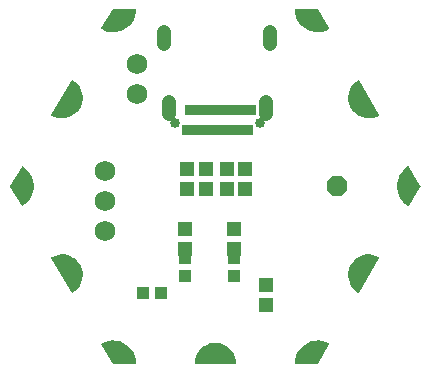
<source format=gbr>
G04 EAGLE Gerber RS-274X export*
G75*
%MOMM*%
%FSLAX34Y34*%
%LPD*%
%INSoldermask Top*%
%IPPOS*%
%AMOC8*
5,1,8,0,0,1.08239X$1,22.5*%
G01*
%ADD10R,1.203200X1.303200*%
%ADD11R,1.003200X1.003200*%
%ADD12P,1.869504X8X22.500000*%
%ADD13C,1.727200*%
%ADD14R,0.493200X0.903200*%
%ADD15C,0.853200*%
%ADD16C,1.211200*%
%ADD17C,1.733200*%
%ADD18R,1.303200X1.203200*%
%ADD19C,1.203200*%

G36*
X17029Y319D02*
X17029Y319D01*
X17058Y317D01*
X17125Y339D01*
X17195Y353D01*
X17219Y369D01*
X17247Y378D01*
X17300Y425D01*
X17359Y465D01*
X17375Y490D01*
X17397Y509D01*
X17428Y573D01*
X17466Y633D01*
X17471Y662D01*
X17483Y688D01*
X17492Y787D01*
X17499Y829D01*
X17496Y840D01*
X17498Y854D01*
X17266Y3652D01*
X17256Y3685D01*
X17252Y3733D01*
X16563Y6455D01*
X16548Y6486D01*
X16536Y6533D01*
X15408Y9104D01*
X15388Y9132D01*
X15369Y9177D01*
X13833Y11527D01*
X13809Y11552D01*
X13783Y11592D01*
X11881Y13658D01*
X11853Y13678D01*
X11820Y13714D01*
X9605Y15438D01*
X9574Y15454D01*
X9536Y15483D01*
X7066Y16820D01*
X7033Y16830D01*
X6991Y16853D01*
X5805Y17260D01*
X4351Y17759D01*
X4335Y17765D01*
X4301Y17769D01*
X4255Y17785D01*
X1486Y18247D01*
X1451Y18246D01*
X1404Y18254D01*
X-1404Y18254D01*
X-1438Y18247D01*
X-1486Y18247D01*
X-4255Y17785D01*
X-4288Y17772D01*
X-4335Y17765D01*
X-6991Y16853D01*
X-7021Y16835D01*
X-7066Y16820D01*
X-9536Y15483D01*
X-9562Y15461D01*
X-9605Y15438D01*
X-11820Y13714D01*
X-11843Y13687D01*
X-11881Y13658D01*
X-13783Y11592D01*
X-13801Y11563D01*
X-13833Y11527D01*
X-15369Y9177D01*
X-15382Y9144D01*
X-15408Y9104D01*
X-16536Y6533D01*
X-16543Y6499D01*
X-16546Y6493D01*
X-16552Y6484D01*
X-16553Y6478D01*
X-16563Y6455D01*
X-17252Y3733D01*
X-17254Y3698D01*
X-17266Y3652D01*
X-17498Y854D01*
X-17494Y825D01*
X-17499Y796D01*
X-17483Y727D01*
X-17474Y656D01*
X-17460Y631D01*
X-17453Y603D01*
X-17411Y545D01*
X-17376Y484D01*
X-17352Y466D01*
X-17335Y442D01*
X-17274Y406D01*
X-17217Y363D01*
X-17189Y356D01*
X-17164Y341D01*
X-17066Y324D01*
X-17025Y314D01*
X-17014Y316D01*
X-17000Y313D01*
X17000Y313D01*
X17029Y319D01*
G37*
G36*
X-121393Y60622D02*
X-121393Y60622D01*
X-121322Y60619D01*
X-121295Y60630D01*
X-121266Y60632D01*
X-121176Y60674D01*
X-121136Y60689D01*
X-121128Y60697D01*
X-121115Y60702D01*
X-118812Y62302D01*
X-118788Y62327D01*
X-118748Y62354D01*
X-116739Y64311D01*
X-116720Y64340D01*
X-116685Y64374D01*
X-115026Y66634D01*
X-115011Y66666D01*
X-114982Y66705D01*
X-113718Y69208D01*
X-113709Y69241D01*
X-113687Y69284D01*
X-112851Y71961D01*
X-112848Y71996D01*
X-112833Y72042D01*
X-112450Y74820D01*
X-112452Y74855D01*
X-112446Y74902D01*
X-112525Y77706D01*
X-112533Y77740D01*
X-112534Y77788D01*
X-113073Y80540D01*
X-113087Y80572D01*
X-113096Y80619D01*
X-114081Y83245D01*
X-114096Y83270D01*
X-114101Y83289D01*
X-114109Y83300D01*
X-114116Y83319D01*
X-115520Y85747D01*
X-115543Y85773D01*
X-115567Y85815D01*
X-117351Y87979D01*
X-117378Y88000D01*
X-117409Y88038D01*
X-119525Y89878D01*
X-119555Y89895D01*
X-119591Y89927D01*
X-121982Y91394D01*
X-122014Y91406D01*
X-122055Y91431D01*
X-124654Y92485D01*
X-124688Y92491D01*
X-124733Y92509D01*
X-127470Y93121D01*
X-127505Y93122D01*
X-127552Y93132D01*
X-130352Y93285D01*
X-130386Y93280D01*
X-130434Y93283D01*
X-133222Y92972D01*
X-133255Y92962D01*
X-133303Y92956D01*
X-136001Y92191D01*
X-136031Y92176D01*
X-136078Y92162D01*
X-138613Y90964D01*
X-138637Y90946D01*
X-138664Y90936D01*
X-138716Y90887D01*
X-138773Y90845D01*
X-138787Y90820D01*
X-138809Y90800D01*
X-138837Y90734D01*
X-138873Y90673D01*
X-138876Y90644D01*
X-138888Y90617D01*
X-138889Y90546D01*
X-138898Y90476D01*
X-138890Y90448D01*
X-138890Y90418D01*
X-138856Y90326D01*
X-138844Y90284D01*
X-138837Y90276D01*
X-138832Y90263D01*
X-121832Y60863D01*
X-121813Y60841D01*
X-121800Y60814D01*
X-121747Y60767D01*
X-121700Y60714D01*
X-121674Y60701D01*
X-121652Y60682D01*
X-121585Y60659D01*
X-121521Y60628D01*
X-121492Y60627D01*
X-121464Y60617D01*
X-121393Y60622D01*
G37*
G36*
X130386Y208345D02*
X130386Y208345D01*
X130434Y208343D01*
X133222Y208653D01*
X133255Y208663D01*
X133303Y208669D01*
X136001Y209434D01*
X136031Y209450D01*
X136078Y209463D01*
X138613Y210661D01*
X138637Y210679D01*
X138664Y210689D01*
X138716Y210738D01*
X138773Y210780D01*
X138787Y210805D01*
X138809Y210825D01*
X138837Y210891D01*
X138873Y210952D01*
X138876Y210981D01*
X138888Y211008D01*
X138889Y211079D01*
X138898Y211149D01*
X138890Y211177D01*
X138890Y211207D01*
X138856Y211299D01*
X138844Y211341D01*
X138837Y211350D01*
X138832Y211362D01*
X121832Y240762D01*
X121813Y240784D01*
X121800Y240811D01*
X121747Y240858D01*
X121700Y240911D01*
X121674Y240924D01*
X121652Y240943D01*
X121585Y240966D01*
X121521Y240997D01*
X121492Y240998D01*
X121464Y241008D01*
X121393Y241003D01*
X121322Y241006D01*
X121295Y240995D01*
X121266Y240993D01*
X121176Y240951D01*
X121136Y240936D01*
X121128Y240929D01*
X121115Y240923D01*
X118812Y239323D01*
X118788Y239298D01*
X118748Y239271D01*
X116739Y237314D01*
X116720Y237285D01*
X116685Y237251D01*
X115026Y234991D01*
X115011Y234959D01*
X114982Y234920D01*
X113718Y232417D01*
X113709Y232384D01*
X113687Y232341D01*
X112851Y229664D01*
X112848Y229629D01*
X112833Y229583D01*
X112450Y226805D01*
X112452Y226770D01*
X112446Y226723D01*
X112525Y223919D01*
X112533Y223885D01*
X112534Y223837D01*
X113073Y221085D01*
X113087Y221053D01*
X113096Y221006D01*
X114081Y218380D01*
X114099Y218351D01*
X114116Y218306D01*
X115520Y215878D01*
X115543Y215852D01*
X115567Y215810D01*
X117351Y213646D01*
X117378Y213625D01*
X117409Y213587D01*
X119525Y211747D01*
X119555Y211730D01*
X119591Y211698D01*
X121982Y210231D01*
X122014Y210219D01*
X122055Y210194D01*
X124654Y209140D01*
X124688Y209134D01*
X124733Y209116D01*
X127470Y208504D01*
X127505Y208503D01*
X127552Y208493D01*
X130352Y208340D01*
X130386Y208345D01*
G37*
G36*
X121426Y60623D02*
X121426Y60623D01*
X121497Y60623D01*
X121524Y60634D01*
X121553Y60637D01*
X121615Y60672D01*
X121680Y60699D01*
X121701Y60720D01*
X121726Y60734D01*
X121789Y60811D01*
X121819Y60841D01*
X121823Y60852D01*
X121832Y60863D01*
X138832Y90263D01*
X138841Y90290D01*
X138858Y90314D01*
X138873Y90384D01*
X138895Y90451D01*
X138893Y90480D01*
X138899Y90509D01*
X138886Y90579D01*
X138880Y90649D01*
X138867Y90675D01*
X138861Y90704D01*
X138821Y90763D01*
X138789Y90826D01*
X138766Y90845D01*
X138750Y90869D01*
X138668Y90926D01*
X138635Y90953D01*
X138625Y90956D01*
X138613Y90964D01*
X136078Y92162D01*
X136044Y92171D01*
X136001Y92191D01*
X133303Y92956D01*
X133268Y92959D01*
X133222Y92972D01*
X130434Y93283D01*
X130400Y93279D01*
X130352Y93285D01*
X127552Y93132D01*
X127518Y93123D01*
X127470Y93121D01*
X124733Y92509D01*
X124701Y92495D01*
X124654Y92485D01*
X122055Y91431D01*
X122026Y91412D01*
X121982Y91394D01*
X119591Y89927D01*
X119566Y89903D01*
X119525Y89878D01*
X117409Y88038D01*
X117388Y88010D01*
X117351Y87979D01*
X115567Y85815D01*
X115551Y85784D01*
X115520Y85747D01*
X114116Y83319D01*
X114105Y83287D01*
X114098Y83274D01*
X114088Y83259D01*
X114088Y83257D01*
X114081Y83245D01*
X113096Y80619D01*
X113090Y80585D01*
X113073Y80540D01*
X112534Y77788D01*
X112534Y77753D01*
X112525Y77706D01*
X112446Y74902D01*
X112452Y74868D01*
X112450Y74820D01*
X112833Y72042D01*
X112845Y72009D01*
X112851Y71961D01*
X113687Y69284D01*
X113704Y69254D01*
X113718Y69208D01*
X114982Y66705D01*
X115004Y66677D01*
X115026Y66634D01*
X116685Y64374D01*
X116711Y64350D01*
X116739Y64311D01*
X118748Y62354D01*
X118777Y62336D01*
X118812Y62302D01*
X121115Y60702D01*
X121142Y60691D01*
X121165Y60672D01*
X121233Y60652D01*
X121298Y60624D01*
X121327Y60624D01*
X121355Y60615D01*
X121426Y60623D01*
G37*
G36*
X-127552Y208493D02*
X-127552Y208493D01*
X-127518Y208502D01*
X-127470Y208504D01*
X-124733Y209116D01*
X-124701Y209130D01*
X-124654Y209140D01*
X-122055Y210194D01*
X-122026Y210213D01*
X-121982Y210231D01*
X-119591Y211698D01*
X-119566Y211722D01*
X-119525Y211747D01*
X-117409Y213587D01*
X-117388Y213615D01*
X-117351Y213646D01*
X-115567Y215810D01*
X-115551Y215841D01*
X-115520Y215878D01*
X-114116Y218306D01*
X-114105Y218338D01*
X-114081Y218380D01*
X-113096Y221006D01*
X-113090Y221040D01*
X-113073Y221085D01*
X-112534Y223837D01*
X-112534Y223872D01*
X-112525Y223919D01*
X-112446Y226723D01*
X-112452Y226757D01*
X-112450Y226805D01*
X-112833Y229583D01*
X-112845Y229616D01*
X-112851Y229664D01*
X-113687Y232341D01*
X-113704Y232371D01*
X-113718Y232417D01*
X-114982Y234920D01*
X-115004Y234948D01*
X-115026Y234991D01*
X-116685Y237251D01*
X-116711Y237275D01*
X-116739Y237314D01*
X-118748Y239271D01*
X-118777Y239289D01*
X-118812Y239323D01*
X-121115Y240923D01*
X-121142Y240934D01*
X-121165Y240953D01*
X-121233Y240973D01*
X-121298Y241001D01*
X-121327Y241001D01*
X-121355Y241010D01*
X-121426Y241002D01*
X-121497Y241002D01*
X-121524Y240991D01*
X-121553Y240988D01*
X-121615Y240953D01*
X-121680Y240926D01*
X-121701Y240905D01*
X-121726Y240891D01*
X-121789Y240814D01*
X-121819Y240784D01*
X-121823Y240773D01*
X-121832Y240762D01*
X-138832Y211362D01*
X-138841Y211335D01*
X-138858Y211311D01*
X-138873Y211241D01*
X-138895Y211174D01*
X-138893Y211145D01*
X-138899Y211116D01*
X-138886Y211046D01*
X-138880Y210976D01*
X-138867Y210950D01*
X-138861Y210921D01*
X-138821Y210862D01*
X-138789Y210799D01*
X-138766Y210780D01*
X-138750Y210756D01*
X-138668Y210699D01*
X-138635Y210672D01*
X-138625Y210669D01*
X-138613Y210661D01*
X-136078Y209463D01*
X-136044Y209454D01*
X-136001Y209434D01*
X-133303Y208669D01*
X-133268Y208666D01*
X-133222Y208653D01*
X-130434Y208343D01*
X-130400Y208346D01*
X-130352Y208340D01*
X-127552Y208493D01*
G37*
G36*
X163727Y133823D02*
X163727Y133823D01*
X163798Y133823D01*
X163825Y133834D01*
X163854Y133837D01*
X163916Y133873D01*
X163981Y133900D01*
X164002Y133921D01*
X164027Y133935D01*
X164090Y134012D01*
X164120Y134043D01*
X164124Y134053D01*
X164133Y134063D01*
X173633Y150563D01*
X173643Y150595D01*
X173652Y150608D01*
X173656Y150633D01*
X173657Y150636D01*
X173688Y150707D01*
X173688Y150730D01*
X173696Y150752D01*
X173690Y150829D01*
X173691Y150906D01*
X173681Y150930D01*
X173680Y150950D01*
X173659Y150990D01*
X173633Y151062D01*
X164133Y167562D01*
X164114Y167583D01*
X164101Y167610D01*
X164048Y167657D01*
X164001Y167711D01*
X163975Y167723D01*
X163954Y167743D01*
X163886Y167766D01*
X163822Y167797D01*
X163793Y167798D01*
X163766Y167807D01*
X163694Y167803D01*
X163623Y167806D01*
X163596Y167796D01*
X163567Y167794D01*
X163477Y167751D01*
X163437Y167737D01*
X163429Y167729D01*
X163416Y167723D01*
X160893Y165982D01*
X160869Y165957D01*
X160831Y165931D01*
X158619Y163807D01*
X158600Y163779D01*
X158566Y163747D01*
X156724Y161295D01*
X156710Y161265D01*
X156681Y161227D01*
X155256Y158512D01*
X155247Y158481D01*
X155231Y158456D01*
X155230Y158448D01*
X155225Y158439D01*
X154254Y155530D01*
X154250Y155496D01*
X154235Y155452D01*
X153743Y152426D01*
X153744Y152392D01*
X153736Y152346D01*
X153736Y149279D01*
X153737Y149276D01*
X153737Y149273D01*
X153743Y149247D01*
X153743Y149246D01*
X153743Y149199D01*
X154235Y146173D01*
X154247Y146141D01*
X154254Y146095D01*
X155225Y143186D01*
X155242Y143157D01*
X155256Y143113D01*
X156681Y140398D01*
X156703Y140371D01*
X156724Y140330D01*
X158566Y137878D01*
X158591Y137856D01*
X158619Y137818D01*
X160831Y135694D01*
X160859Y135676D01*
X160893Y135643D01*
X163416Y133902D01*
X163443Y133890D01*
X163465Y133872D01*
X163534Y133852D01*
X163599Y133824D01*
X163628Y133823D01*
X163656Y133815D01*
X163727Y133823D01*
G37*
G36*
X-163694Y133822D02*
X-163694Y133822D01*
X-163623Y133819D01*
X-163596Y133829D01*
X-163567Y133831D01*
X-163477Y133874D01*
X-163437Y133888D01*
X-163429Y133896D01*
X-163416Y133902D01*
X-160893Y135643D01*
X-160869Y135668D01*
X-160831Y135694D01*
X-158619Y137818D01*
X-158600Y137846D01*
X-158566Y137878D01*
X-156724Y140330D01*
X-156710Y140360D01*
X-156681Y140398D01*
X-155256Y143113D01*
X-155247Y143145D01*
X-155225Y143186D01*
X-154254Y146095D01*
X-154250Y146129D01*
X-154235Y146173D01*
X-153743Y149199D01*
X-153744Y149233D01*
X-153736Y149279D01*
X-153736Y152346D01*
X-153743Y152379D01*
X-153743Y152426D01*
X-154235Y155452D01*
X-154247Y155484D01*
X-154254Y155530D01*
X-155225Y158439D01*
X-155238Y158462D01*
X-155244Y158486D01*
X-155251Y158495D01*
X-155256Y158512D01*
X-156681Y161227D01*
X-156703Y161254D01*
X-156724Y161295D01*
X-158566Y163747D01*
X-158591Y163769D01*
X-158619Y163807D01*
X-160831Y165931D01*
X-160859Y165949D01*
X-160893Y165982D01*
X-163416Y167723D01*
X-163443Y167735D01*
X-163465Y167753D01*
X-163534Y167774D01*
X-163599Y167801D01*
X-163628Y167802D01*
X-163656Y167810D01*
X-163727Y167802D01*
X-163798Y167802D01*
X-163825Y167791D01*
X-163854Y167788D01*
X-163916Y167753D01*
X-163981Y167725D01*
X-164002Y167704D01*
X-164027Y167690D01*
X-164090Y167613D01*
X-164120Y167582D01*
X-164124Y167572D01*
X-164133Y167562D01*
X-173633Y151062D01*
X-173657Y150989D01*
X-173688Y150918D01*
X-173688Y150895D01*
X-173696Y150873D01*
X-173690Y150796D01*
X-173691Y150719D01*
X-173681Y150695D01*
X-173680Y150675D01*
X-173659Y150635D01*
X-173640Y150583D01*
X-173639Y150578D01*
X-173637Y150576D01*
X-173633Y150563D01*
X-164133Y134063D01*
X-164114Y134042D01*
X-164101Y134015D01*
X-164048Y133968D01*
X-164001Y133914D01*
X-163975Y133902D01*
X-163954Y133882D01*
X-163886Y133859D01*
X-163822Y133828D01*
X-163793Y133827D01*
X-163766Y133818D01*
X-163694Y133822D01*
G37*
G36*
X86676Y329D02*
X86676Y329D01*
X86754Y337D01*
X86773Y348D01*
X86795Y353D01*
X86859Y397D01*
X86927Y435D01*
X86943Y454D01*
X86959Y465D01*
X86983Y503D01*
X87033Y563D01*
X96533Y17063D01*
X96542Y17091D01*
X96558Y17114D01*
X96573Y17184D01*
X96596Y17252D01*
X96593Y17281D01*
X96599Y17309D01*
X96586Y17379D01*
X96580Y17450D01*
X96567Y17476D01*
X96561Y17504D01*
X96521Y17563D01*
X96488Y17627D01*
X96466Y17645D01*
X96450Y17669D01*
X96367Y17726D01*
X96335Y17753D01*
X96324Y17756D01*
X96314Y17764D01*
X93548Y19072D01*
X93515Y19080D01*
X93472Y19101D01*
X90532Y19948D01*
X90498Y19951D01*
X90454Y19964D01*
X87416Y20330D01*
X87382Y20327D01*
X87335Y20333D01*
X84278Y20206D01*
X84245Y20198D01*
X84198Y20196D01*
X81201Y19580D01*
X81170Y19567D01*
X81124Y19558D01*
X78264Y18470D01*
X78236Y18451D01*
X78192Y18435D01*
X75544Y16902D01*
X75518Y16879D01*
X75478Y16856D01*
X73110Y14918D01*
X73088Y14892D01*
X73052Y14862D01*
X71025Y12570D01*
X71009Y12540D01*
X70977Y12505D01*
X69345Y9917D01*
X69333Y9886D01*
X69308Y9846D01*
X68112Y7030D01*
X68105Y6996D01*
X68102Y6990D01*
X68098Y6983D01*
X68097Y6978D01*
X68086Y6953D01*
X67358Y3982D01*
X67356Y3948D01*
X67345Y3902D01*
X67102Y852D01*
X67106Y824D01*
X67101Y796D01*
X67118Y726D01*
X67126Y655D01*
X67141Y630D01*
X67147Y603D01*
X67190Y545D01*
X67226Y482D01*
X67248Y465D01*
X67265Y442D01*
X67327Y406D01*
X67384Y362D01*
X67412Y355D01*
X67436Y341D01*
X67536Y324D01*
X67577Y314D01*
X67587Y315D01*
X67600Y313D01*
X86600Y313D01*
X86676Y329D01*
G37*
G36*
X87369Y281298D02*
X87369Y281298D01*
X87416Y281295D01*
X90454Y281661D01*
X90486Y281671D01*
X90532Y281677D01*
X93472Y282524D01*
X93502Y282540D01*
X93548Y282553D01*
X96314Y283861D01*
X96336Y283878D01*
X96363Y283888D01*
X96415Y283937D01*
X96473Y283980D01*
X96487Y284005D01*
X96508Y284025D01*
X96537Y284090D01*
X96573Y284152D01*
X96576Y284181D01*
X96588Y284207D01*
X96589Y284279D01*
X96598Y284349D01*
X96590Y284377D01*
X96591Y284406D01*
X96555Y284500D01*
X96544Y284541D01*
X96537Y284549D01*
X96533Y284562D01*
X87033Y301062D01*
X86981Y301120D01*
X86935Y301183D01*
X86916Y301194D01*
X86901Y301211D01*
X86831Y301244D01*
X86764Y301284D01*
X86740Y301288D01*
X86722Y301297D01*
X86677Y301299D01*
X86600Y301312D01*
X67600Y301312D01*
X67572Y301306D01*
X67544Y301309D01*
X67476Y301286D01*
X67405Y301272D01*
X67382Y301256D01*
X67355Y301247D01*
X67300Y301200D01*
X67241Y301160D01*
X67226Y301136D01*
X67205Y301117D01*
X67173Y301053D01*
X67134Y300992D01*
X67129Y300964D01*
X67117Y300939D01*
X67108Y300837D01*
X67101Y300796D01*
X67103Y300786D01*
X67102Y300773D01*
X67345Y297723D01*
X67354Y297690D01*
X67358Y297643D01*
X68086Y294672D01*
X68101Y294641D01*
X68112Y294595D01*
X69308Y291779D01*
X69327Y291751D01*
X69345Y291708D01*
X70977Y289120D01*
X71001Y289095D01*
X71025Y289055D01*
X73052Y286763D01*
X73079Y286742D01*
X73110Y286707D01*
X75478Y284769D01*
X75508Y284753D01*
X75544Y284723D01*
X78192Y283190D01*
X78224Y283179D01*
X78264Y283155D01*
X81124Y282067D01*
X81157Y282061D01*
X81201Y282045D01*
X84198Y281429D01*
X84232Y281429D01*
X84278Y281419D01*
X87335Y281292D01*
X87369Y281298D01*
G37*
G36*
X-67572Y319D02*
X-67572Y319D01*
X-67544Y316D01*
X-67476Y339D01*
X-67405Y353D01*
X-67382Y369D01*
X-67355Y378D01*
X-67300Y425D01*
X-67241Y465D01*
X-67226Y489D01*
X-67205Y508D01*
X-67173Y572D01*
X-67134Y633D01*
X-67129Y661D01*
X-67117Y686D01*
X-67108Y788D01*
X-67101Y829D01*
X-67103Y839D01*
X-67102Y852D01*
X-67345Y3902D01*
X-67354Y3935D01*
X-67358Y3982D01*
X-68086Y6953D01*
X-68101Y6984D01*
X-68112Y7030D01*
X-69308Y9846D01*
X-69327Y9874D01*
X-69345Y9917D01*
X-70977Y12505D01*
X-71001Y12530D01*
X-71025Y12570D01*
X-73052Y14862D01*
X-73079Y14883D01*
X-73110Y14918D01*
X-75478Y16856D01*
X-75508Y16872D01*
X-75544Y16902D01*
X-78192Y18435D01*
X-78224Y18446D01*
X-78264Y18470D01*
X-81124Y19558D01*
X-81157Y19564D01*
X-81201Y19580D01*
X-84198Y20196D01*
X-84232Y20196D01*
X-84278Y20206D01*
X-87335Y20333D01*
X-87369Y20327D01*
X-87416Y20330D01*
X-90454Y19964D01*
X-90486Y19954D01*
X-90532Y19948D01*
X-93472Y19101D01*
X-93502Y19085D01*
X-93548Y19072D01*
X-96314Y17764D01*
X-96336Y17747D01*
X-96363Y17737D01*
X-96415Y17688D01*
X-96473Y17645D01*
X-96487Y17620D01*
X-96508Y17600D01*
X-96537Y17535D01*
X-96573Y17473D01*
X-96576Y17445D01*
X-96588Y17418D01*
X-96589Y17346D01*
X-96598Y17276D01*
X-96590Y17248D01*
X-96591Y17219D01*
X-96555Y17125D01*
X-96544Y17084D01*
X-96537Y17076D01*
X-96533Y17063D01*
X-87033Y563D01*
X-86981Y505D01*
X-86935Y442D01*
X-86916Y431D01*
X-86901Y414D01*
X-86831Y381D01*
X-86764Y341D01*
X-86740Y337D01*
X-86722Y328D01*
X-86677Y326D01*
X-86600Y313D01*
X-67600Y313D01*
X-67572Y319D01*
G37*
G36*
X-84278Y281419D02*
X-84278Y281419D01*
X-84245Y281427D01*
X-84198Y281429D01*
X-81201Y282045D01*
X-81170Y282058D01*
X-81124Y282067D01*
X-78264Y283155D01*
X-78236Y283174D01*
X-78192Y283190D01*
X-75544Y284723D01*
X-75518Y284746D01*
X-75478Y284769D01*
X-73110Y286707D01*
X-73088Y286733D01*
X-73052Y286763D01*
X-71025Y289055D01*
X-71009Y289085D01*
X-70977Y289120D01*
X-69345Y291708D01*
X-69333Y291740D01*
X-69308Y291779D01*
X-68112Y294595D01*
X-68105Y294629D01*
X-68086Y294672D01*
X-67358Y297643D01*
X-67356Y297677D01*
X-67345Y297723D01*
X-67102Y300773D01*
X-67106Y300801D01*
X-67101Y300829D01*
X-67118Y300899D01*
X-67126Y300970D01*
X-67141Y300995D01*
X-67147Y301022D01*
X-67190Y301080D01*
X-67226Y301143D01*
X-67248Y301160D01*
X-67265Y301183D01*
X-67327Y301219D01*
X-67384Y301263D01*
X-67412Y301270D01*
X-67436Y301284D01*
X-67536Y301301D01*
X-67577Y301311D01*
X-67587Y301310D01*
X-67600Y301312D01*
X-86600Y301312D01*
X-86676Y301296D01*
X-86754Y301288D01*
X-86773Y301277D01*
X-86795Y301272D01*
X-86859Y301228D01*
X-86927Y301190D01*
X-86943Y301171D01*
X-86959Y301160D01*
X-86983Y301122D01*
X-87033Y301062D01*
X-96533Y284562D01*
X-96542Y284534D01*
X-96558Y284511D01*
X-96573Y284441D01*
X-96596Y284373D01*
X-96593Y284345D01*
X-96599Y284316D01*
X-96586Y284246D01*
X-96580Y284175D01*
X-96567Y284149D01*
X-96561Y284121D01*
X-96521Y284062D01*
X-96488Y283998D01*
X-96466Y283980D01*
X-96450Y283956D01*
X-96367Y283899D01*
X-96335Y283872D01*
X-96324Y283869D01*
X-96314Y283861D01*
X-93548Y282553D01*
X-93515Y282545D01*
X-93472Y282524D01*
X-90532Y281677D01*
X-90498Y281674D01*
X-90454Y281661D01*
X-87416Y281295D01*
X-87382Y281298D01*
X-87335Y281292D01*
X-84278Y281419D01*
G37*
D10*
X42863Y67238D03*
X42863Y50238D03*
D11*
X-61475Y60325D03*
X-46475Y60325D03*
D12*
X103188Y150813D03*
D13*
X-93663Y163513D03*
X-93663Y138113D03*
X-93663Y112713D03*
D14*
X29088Y198188D03*
X24088Y198188D03*
X19088Y198188D03*
X14088Y198188D03*
X9088Y198188D03*
X4088Y198188D03*
X-913Y198188D03*
X-5913Y198188D03*
X-10913Y198188D03*
X-15913Y198188D03*
X-20913Y198188D03*
X-25913Y198188D03*
X-23413Y215188D03*
X-18413Y215188D03*
X-13413Y215188D03*
X-8413Y215188D03*
X-3413Y215188D03*
X1588Y215188D03*
X6588Y215188D03*
X11588Y215188D03*
X16588Y215188D03*
X21588Y215188D03*
X26588Y215188D03*
X31588Y215188D03*
D15*
X37588Y204788D03*
X-34413Y204788D03*
D16*
X42888Y212248D02*
X42888Y222328D01*
X-39713Y222328D02*
X-39713Y212248D01*
X-43313Y271748D02*
X-43313Y281828D01*
X46488Y281828D02*
X46488Y271748D01*
D17*
X-66675Y254000D03*
X-66675Y228600D03*
D18*
X9525Y165663D03*
X9525Y148663D03*
X-7938Y148663D03*
X-7938Y165663D03*
D10*
X25400Y148663D03*
X25400Y165663D03*
X-23813Y148663D03*
X-23813Y165663D03*
D19*
X82600Y293913D03*
X165200Y150813D03*
X82600Y7713D03*
X-82600Y7713D03*
X-165200Y150813D03*
X-82600Y293913D03*
X123900Y222313D03*
X123900Y79313D03*
X0Y7713D03*
X-123900Y79313D03*
X-123900Y222313D03*
D18*
X-25400Y97863D03*
X-25400Y114863D03*
X15875Y97863D03*
X15875Y114863D03*
D11*
X-25400Y90050D03*
X-25400Y75050D03*
X15875Y90050D03*
X15875Y75050D03*
M02*

</source>
